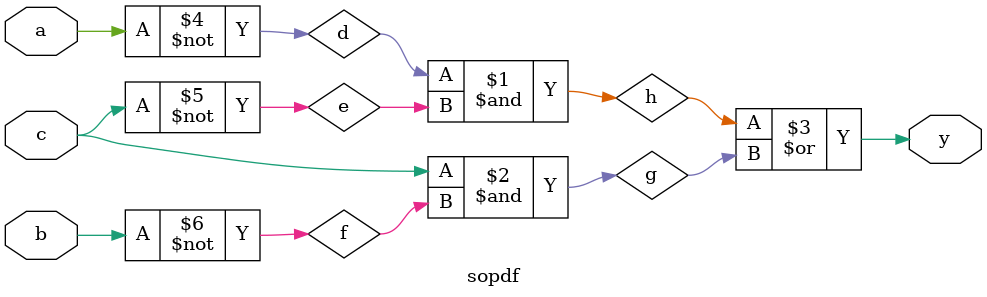
<source format=v>
module sopdf(a,b,c,y);
    input a,b,c;
    output y;
    wire d,e,f,g,h;
    not(d,a);
    not(e,c);
    not(f,b);
    and(h,d,e);
    and(g,c,f);
    or(y,h,g);
endmodule
</source>
